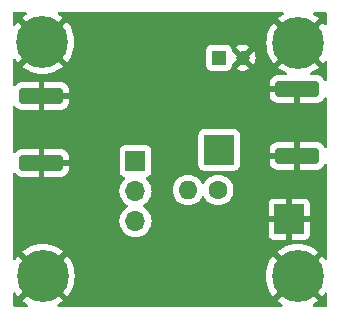
<source format=gbr>
%TF.GenerationSoftware,KiCad,Pcbnew,8.99.0-unknown-f907b58d17~178~ubuntu22.04.1*%
%TF.CreationDate,2024-06-08T22:31:25+05:30*%
%TF.ProjectId,HF-Pre-Amp,48462d50-7265-42d4-916d-702e6b696361,rev?*%
%TF.SameCoordinates,Original*%
%TF.FileFunction,Copper,L2,Bot*%
%TF.FilePolarity,Positive*%
%FSLAX46Y46*%
G04 Gerber Fmt 4.6, Leading zero omitted, Abs format (unit mm)*
G04 Created by KiCad (PCBNEW 8.99.0-unknown-f907b58d17~178~ubuntu22.04.1) date 2024-06-08 22:31:25*
%MOMM*%
%LPD*%
G01*
G04 APERTURE LIST*
G04 Aperture macros list*
%AMRoundRect*
0 Rectangle with rounded corners*
0 $1 Rounding radius*
0 $2 $3 $4 $5 $6 $7 $8 $9 X,Y pos of 4 corners*
0 Add a 4 corners polygon primitive as box body*
4,1,4,$2,$3,$4,$5,$6,$7,$8,$9,$2,$3,0*
0 Add four circle primitives for the rounded corners*
1,1,$1+$1,$2,$3*
1,1,$1+$1,$4,$5*
1,1,$1+$1,$6,$7*
1,1,$1+$1,$8,$9*
0 Add four rect primitives between the rounded corners*
20,1,$1+$1,$2,$3,$4,$5,0*
20,1,$1+$1,$4,$5,$6,$7,0*
20,1,$1+$1,$6,$7,$8,$9,0*
20,1,$1+$1,$8,$9,$2,$3,0*%
G04 Aperture macros list end*
%TA.AperFunction,ComponentPad*%
%ADD10R,2.500000X2.500000*%
%TD*%
%TA.AperFunction,ComponentPad*%
%ADD11R,1.700000X1.700000*%
%TD*%
%TA.AperFunction,ComponentPad*%
%ADD12O,1.700000X1.700000*%
%TD*%
%TA.AperFunction,SMDPad,CuDef*%
%ADD13RoundRect,0.250000X1.600000X-0.425000X1.600000X0.425000X-1.600000X0.425000X-1.600000X-0.425000X0*%
%TD*%
%TA.AperFunction,SMDPad,CuDef*%
%ADD14RoundRect,0.250000X-1.600000X0.425000X-1.600000X-0.425000X1.600000X-0.425000X1.600000X0.425000X0*%
%TD*%
%TA.AperFunction,ComponentPad*%
%ADD15C,0.700000*%
%TD*%
%TA.AperFunction,ComponentPad*%
%ADD16C,4.400000*%
%TD*%
%TA.AperFunction,ComponentPad*%
%ADD17R,1.200000X1.200000*%
%TD*%
%TA.AperFunction,ComponentPad*%
%ADD18C,1.200000*%
%TD*%
%TA.AperFunction,ComponentPad*%
%ADD19C,1.600000*%
%TD*%
%TA.AperFunction,ComponentPad*%
%ADD20O,1.600000X1.600000*%
%TD*%
%TA.AperFunction,ViaPad*%
%ADD21C,0.800000*%
%TD*%
G04 APERTURE END LIST*
D10*
%TO.P,VDC1,1,Pin_1*%
%TO.N,+12V*%
X102810000Y-104750000D03*
%TD*%
D11*
%TO.P,Q1,1,E*%
%TO.N,Net-(Q1-E)*%
X95730000Y-105680000D03*
D12*
%TO.P,Q1,2,B*%
%TO.N,Net-(Q1-B)*%
X95730000Y-108220000D03*
%TO.P,Q1,3,C*%
%TO.N,Net-(Q1-C)*%
X95730000Y-110760000D03*
%TD*%
D13*
%TO.P,OUT1,2,Ext*%
%TO.N,GND*%
X109430000Y-99610000D03*
X109430000Y-105260000D03*
%TD*%
D14*
%TO.P,IN1,2,Ext*%
%TO.N,GND*%
X87770000Y-105845000D03*
X87770000Y-100195000D03*
%TD*%
D15*
%TO.P,H1,1,1*%
%TO.N,GND*%
X86200000Y-95630000D03*
X86683274Y-94463274D03*
X86683274Y-96796726D03*
X87850000Y-93980000D03*
D16*
X87850000Y-95630000D03*
D15*
X87850000Y-97280000D03*
X89016726Y-94463274D03*
X89016726Y-96796726D03*
X89500000Y-95630000D03*
%TD*%
D17*
%TO.P,C3,1*%
%TO.N,+12V*%
X102800000Y-96950000D03*
D18*
%TO.P,C3,2*%
%TO.N,GND*%
X104800000Y-96950000D03*
%TD*%
D10*
%TO.P,GND1,1,Pin_1*%
%TO.N,GND*%
X108760000Y-110640000D03*
%TD*%
D15*
%TO.P,H2,1,1*%
%TO.N,GND*%
X107870000Y-95700000D03*
X108353274Y-94533274D03*
X108353274Y-96866726D03*
X109520000Y-94050000D03*
D16*
X109520000Y-95700000D03*
D15*
X109520000Y-97350000D03*
X110686726Y-94533274D03*
X110686726Y-96866726D03*
X111170000Y-95700000D03*
%TD*%
%TO.P,H3,1,1*%
%TO.N,GND*%
X86230000Y-115430000D03*
X86713274Y-114263274D03*
X86713274Y-116596726D03*
X87880000Y-113780000D03*
D16*
X87880000Y-115430000D03*
D15*
X87880000Y-117080000D03*
X89046726Y-114263274D03*
X89046726Y-116596726D03*
X89530000Y-115430000D03*
%TD*%
D19*
%TO.P,L1,1*%
%TO.N,+12V*%
X102720000Y-108150000D03*
D20*
%TO.P,L1,2*%
%TO.N,Net-(Q1-C)*%
X100180000Y-108150000D03*
%TD*%
D15*
%TO.P,H4,1,1*%
%TO.N,GND*%
X107810000Y-115440000D03*
X108293274Y-114273274D03*
X108293274Y-116606726D03*
X109460000Y-113790000D03*
D16*
X109460000Y-115440000D03*
D15*
X109460000Y-117090000D03*
X110626726Y-114273274D03*
X110626726Y-116606726D03*
X111110000Y-115440000D03*
%TD*%
D21*
%TO.N,GND*%
X104800000Y-102600000D03*
X104800000Y-101400000D03*
X93400000Y-111600000D03*
X93400000Y-110400000D03*
X93600000Y-106200000D03*
X93600000Y-105000000D03*
X97800000Y-99800000D03*
X97800000Y-98600000D03*
X106400000Y-99200000D03*
X106400000Y-98000000D03*
X91000000Y-98200000D03*
X91000000Y-97000000D03*
X86800000Y-112400000D03*
X88200000Y-111200000D03*
X86800000Y-111200000D03*
X86800000Y-110200000D03*
X88200000Y-109000000D03*
X88200000Y-110200000D03*
X86800000Y-109000000D03*
X98600000Y-113800000D03*
X100000000Y-112600000D03*
X100000000Y-113800000D03*
X98600000Y-112600000D03*
X101400000Y-117200000D03*
X99800000Y-117200000D03*
X102800000Y-116000000D03*
X98200000Y-116000000D03*
X102800000Y-117200000D03*
X99800000Y-116000000D03*
X101400000Y-116000000D03*
X98200000Y-117200000D03*
X93600000Y-116000000D03*
X95200000Y-116000000D03*
X92200000Y-117200000D03*
X96800000Y-117200000D03*
X92200000Y-116000000D03*
X95200000Y-117200000D03*
X93600000Y-117200000D03*
X96800000Y-116000000D03*
X100800000Y-96600000D03*
X99400000Y-96600000D03*
X97800000Y-96600000D03*
X96200000Y-96600000D03*
X100800000Y-95400000D03*
X99400000Y-95400000D03*
X97800000Y-95400000D03*
X96200000Y-95400000D03*
%TD*%
%TA.AperFunction,Conductor*%
%TO.N,GND*%
G36*
X87040967Y-116146602D02*
G01*
X87163398Y-116269033D01*
X87297262Y-116366290D01*
X86155030Y-117508522D01*
X86155030Y-117508523D01*
X86343423Y-117656118D01*
X86577104Y-117797383D01*
X86624291Y-117848911D01*
X86636130Y-117917770D01*
X86608861Y-117982099D01*
X86551143Y-118021473D01*
X86512954Y-118027500D01*
X85473836Y-118027500D01*
X85406797Y-118007815D01*
X85361042Y-117955011D01*
X85349836Y-117903651D01*
X85348639Y-116906598D01*
X85368242Y-116839539D01*
X85420991Y-116793721D01*
X85490138Y-116783694D01*
X85553728Y-116812643D01*
X85578755Y-116842303D01*
X85653881Y-116966576D01*
X85801476Y-117154968D01*
X86399500Y-116556944D01*
X86513274Y-116556944D01*
X86513274Y-116636508D01*
X86543722Y-116710017D01*
X86599983Y-116766278D01*
X86673492Y-116796726D01*
X86753056Y-116796726D01*
X86826565Y-116766278D01*
X86882826Y-116710017D01*
X86913274Y-116636508D01*
X86913274Y-116556944D01*
X86882826Y-116483435D01*
X86826565Y-116427174D01*
X86753056Y-116396726D01*
X86673492Y-116396726D01*
X86599983Y-116427174D01*
X86543722Y-116483435D01*
X86513274Y-116556944D01*
X86399500Y-116556944D01*
X86943708Y-116012736D01*
X87040967Y-116146602D01*
G37*
%TD.AperFunction*%
%TA.AperFunction,Conductor*%
G36*
X108180802Y-93085753D02*
G01*
X108247813Y-93105512D01*
X108293508Y-93158368D01*
X108303374Y-93227537D01*
X108274277Y-93291060D01*
X108244806Y-93315869D01*
X107983422Y-93473881D01*
X107983416Y-93473886D01*
X107795030Y-93621474D01*
X107795029Y-93621476D01*
X108937262Y-94763709D01*
X108803398Y-94860967D01*
X108680967Y-94983398D01*
X108583709Y-95117262D01*
X107959939Y-94493492D01*
X108153274Y-94493492D01*
X108153274Y-94573056D01*
X108183722Y-94646565D01*
X108239983Y-94702826D01*
X108313492Y-94733274D01*
X108393056Y-94733274D01*
X108466565Y-94702826D01*
X108522826Y-94646565D01*
X108553274Y-94573056D01*
X108553274Y-94493492D01*
X108522826Y-94419983D01*
X108466565Y-94363722D01*
X108393056Y-94333274D01*
X108313492Y-94333274D01*
X108239983Y-94363722D01*
X108183722Y-94419983D01*
X108153274Y-94493492D01*
X107959939Y-94493492D01*
X107441476Y-93975029D01*
X107441474Y-93975030D01*
X107293886Y-94163416D01*
X107293881Y-94163422D01*
X107124898Y-94442956D01*
X107124897Y-94442958D01*
X106990839Y-94740824D01*
X106990835Y-94740835D01*
X106893667Y-95052658D01*
X106834786Y-95373961D01*
X106815065Y-95700000D01*
X106834786Y-96026038D01*
X106893667Y-96347341D01*
X106990835Y-96659164D01*
X106990839Y-96659175D01*
X107124897Y-96957041D01*
X107124898Y-96957043D01*
X107293881Y-97236576D01*
X107441476Y-97424968D01*
X108039500Y-96826944D01*
X108153274Y-96826944D01*
X108153274Y-96906508D01*
X108183722Y-96980017D01*
X108239983Y-97036278D01*
X108313492Y-97066726D01*
X108393056Y-97066726D01*
X108466565Y-97036278D01*
X108522826Y-96980017D01*
X108553274Y-96906508D01*
X108553274Y-96826944D01*
X108522826Y-96753435D01*
X108466565Y-96697174D01*
X108393056Y-96666726D01*
X108313492Y-96666726D01*
X108239983Y-96697174D01*
X108183722Y-96753435D01*
X108153274Y-96826944D01*
X108039500Y-96826944D01*
X108583708Y-96282736D01*
X108680967Y-96416602D01*
X108803398Y-96539033D01*
X108937262Y-96636290D01*
X107795030Y-97778522D01*
X107795030Y-97778523D01*
X107983423Y-97926118D01*
X108262956Y-98095101D01*
X108262958Y-98095102D01*
X108491421Y-98197924D01*
X108544475Y-98243388D01*
X108564528Y-98310318D01*
X108545212Y-98377465D01*
X108492661Y-98423509D01*
X108440530Y-98435000D01*
X107780028Y-98435000D01*
X107780012Y-98435001D01*
X107677302Y-98445494D01*
X107510880Y-98500641D01*
X107510875Y-98500643D01*
X107361654Y-98592684D01*
X107237684Y-98716654D01*
X107145643Y-98865875D01*
X107145641Y-98865880D01*
X107090494Y-99032302D01*
X107090493Y-99032309D01*
X107080000Y-99135013D01*
X107080000Y-99360000D01*
X109556000Y-99360000D01*
X109623039Y-99379685D01*
X109668794Y-99432489D01*
X109680000Y-99484000D01*
X109680000Y-100784999D01*
X111079972Y-100784999D01*
X111079986Y-100784998D01*
X111182697Y-100774505D01*
X111349119Y-100719358D01*
X111349124Y-100719356D01*
X111498345Y-100627315D01*
X111622315Y-100503345D01*
X111714356Y-100354124D01*
X111714356Y-100354123D01*
X111717050Y-100345993D01*
X111756819Y-100288545D01*
X111821333Y-100261717D01*
X111890109Y-100274027D01*
X111941313Y-100321566D01*
X111958759Y-100384839D01*
X111963701Y-104499775D01*
X111944097Y-104566838D01*
X111891348Y-104612656D01*
X111822201Y-104622683D01*
X111758611Y-104593734D01*
X111721994Y-104538926D01*
X111714356Y-104515877D01*
X111714356Y-104515875D01*
X111622315Y-104366654D01*
X111498345Y-104242684D01*
X111349124Y-104150643D01*
X111349119Y-104150641D01*
X111182697Y-104095494D01*
X111182690Y-104095493D01*
X111079986Y-104085000D01*
X109680000Y-104085000D01*
X109680000Y-106434999D01*
X111079972Y-106434999D01*
X111079986Y-106434998D01*
X111182697Y-106424505D01*
X111349119Y-106369358D01*
X111349124Y-106369356D01*
X111498345Y-106277315D01*
X111622315Y-106153345D01*
X111714356Y-106004124D01*
X111714358Y-106004119D01*
X111723815Y-105975581D01*
X111763587Y-105918136D01*
X111828103Y-105891313D01*
X111896879Y-105903628D01*
X111948079Y-105951171D01*
X111965521Y-106014436D01*
X111975035Y-113936390D01*
X111955431Y-114003453D01*
X111902682Y-114049271D01*
X111833535Y-114059298D01*
X111769945Y-114030349D01*
X111744918Y-114000689D01*
X111686118Y-113903423D01*
X111538522Y-113715030D01*
X110396290Y-114857262D01*
X110299033Y-114723398D01*
X110176602Y-114600967D01*
X110042736Y-114503709D01*
X110312953Y-114233492D01*
X110426726Y-114233492D01*
X110426726Y-114313056D01*
X110457174Y-114386565D01*
X110513435Y-114442826D01*
X110586944Y-114473274D01*
X110666508Y-114473274D01*
X110740017Y-114442826D01*
X110796278Y-114386565D01*
X110826726Y-114313056D01*
X110826726Y-114233492D01*
X110796278Y-114159983D01*
X110740017Y-114103722D01*
X110666508Y-114073274D01*
X110586944Y-114073274D01*
X110513435Y-114103722D01*
X110457174Y-114159983D01*
X110426726Y-114233492D01*
X110312953Y-114233492D01*
X111184968Y-113361476D01*
X110996576Y-113213881D01*
X110717043Y-113044898D01*
X110717041Y-113044897D01*
X110419175Y-112910839D01*
X110419164Y-112910835D01*
X110107341Y-112813667D01*
X109786038Y-112754786D01*
X109460000Y-112735065D01*
X109133961Y-112754786D01*
X108812658Y-112813667D01*
X108500835Y-112910835D01*
X108500824Y-112910839D01*
X108202958Y-113044897D01*
X108202956Y-113044898D01*
X107923422Y-113213881D01*
X107923416Y-113213886D01*
X107735030Y-113361474D01*
X107735029Y-113361476D01*
X108877262Y-114503709D01*
X108743398Y-114600967D01*
X108620967Y-114723398D01*
X108523709Y-114857262D01*
X107899939Y-114233492D01*
X108093274Y-114233492D01*
X108093274Y-114313056D01*
X108123722Y-114386565D01*
X108179983Y-114442826D01*
X108253492Y-114473274D01*
X108333056Y-114473274D01*
X108406565Y-114442826D01*
X108462826Y-114386565D01*
X108493274Y-114313056D01*
X108493274Y-114233492D01*
X108462826Y-114159983D01*
X108406565Y-114103722D01*
X108333056Y-114073274D01*
X108253492Y-114073274D01*
X108179983Y-114103722D01*
X108123722Y-114159983D01*
X108093274Y-114233492D01*
X107899939Y-114233492D01*
X107381476Y-113715029D01*
X107381474Y-113715030D01*
X107233886Y-113903416D01*
X107233881Y-113903422D01*
X107064898Y-114182956D01*
X107064897Y-114182958D01*
X106930839Y-114480824D01*
X106930835Y-114480835D01*
X106833667Y-114792658D01*
X106774786Y-115113961D01*
X106755065Y-115440000D01*
X106774786Y-115766038D01*
X106833667Y-116087341D01*
X106930835Y-116399164D01*
X106930839Y-116399175D01*
X107064897Y-116697041D01*
X107064898Y-116697043D01*
X107233881Y-116976576D01*
X107381476Y-117164968D01*
X107979500Y-116566944D01*
X108093274Y-116566944D01*
X108093274Y-116646508D01*
X108123722Y-116720017D01*
X108179983Y-116776278D01*
X108253492Y-116806726D01*
X108333056Y-116806726D01*
X108406565Y-116776278D01*
X108462826Y-116720017D01*
X108493274Y-116646508D01*
X108493274Y-116566944D01*
X108462826Y-116493435D01*
X108406565Y-116437174D01*
X108333056Y-116406726D01*
X108253492Y-116406726D01*
X108179983Y-116437174D01*
X108123722Y-116493435D01*
X108093274Y-116566944D01*
X107979500Y-116566944D01*
X108523708Y-116022736D01*
X108620967Y-116156602D01*
X108743398Y-116279033D01*
X108877262Y-116376290D01*
X107735030Y-117518522D01*
X107735030Y-117518523D01*
X107923423Y-117666118D01*
X108140562Y-117797383D01*
X108187749Y-117848911D01*
X108199588Y-117917770D01*
X108172319Y-117982099D01*
X108114601Y-118021473D01*
X108076412Y-118027500D01*
X89247046Y-118027500D01*
X89180007Y-118007815D01*
X89134252Y-117955011D01*
X89124308Y-117885853D01*
X89153333Y-117822297D01*
X89182896Y-117797383D01*
X89416586Y-117656112D01*
X89604968Y-117508523D01*
X89604968Y-117508522D01*
X88653391Y-116556944D01*
X88846726Y-116556944D01*
X88846726Y-116636508D01*
X88877174Y-116710017D01*
X88933435Y-116766278D01*
X89006944Y-116796726D01*
X89086508Y-116796726D01*
X89160017Y-116766278D01*
X89216278Y-116710017D01*
X89246726Y-116636508D01*
X89246726Y-116556944D01*
X89216278Y-116483435D01*
X89160017Y-116427174D01*
X89086508Y-116396726D01*
X89006944Y-116396726D01*
X88933435Y-116427174D01*
X88877174Y-116483435D01*
X88846726Y-116556944D01*
X88653391Y-116556944D01*
X88462737Y-116366290D01*
X88596602Y-116269033D01*
X88719033Y-116146602D01*
X88816290Y-116012737D01*
X89958522Y-117154968D01*
X89958523Y-117154968D01*
X90106112Y-116966586D01*
X90275101Y-116687043D01*
X90275102Y-116687041D01*
X90409160Y-116389175D01*
X90409164Y-116389164D01*
X90506332Y-116077341D01*
X90565213Y-115756038D01*
X90584934Y-115430000D01*
X90565213Y-115103961D01*
X90506332Y-114782658D01*
X90409164Y-114470835D01*
X90409160Y-114470824D01*
X90275102Y-114172958D01*
X90275101Y-114172956D01*
X90106118Y-113893423D01*
X89958522Y-113705030D01*
X88816290Y-114847262D01*
X88719033Y-114713398D01*
X88596602Y-114590967D01*
X88462736Y-114493709D01*
X88732953Y-114223492D01*
X88846726Y-114223492D01*
X88846726Y-114303056D01*
X88877174Y-114376565D01*
X88933435Y-114432826D01*
X89006944Y-114463274D01*
X89086508Y-114463274D01*
X89160017Y-114432826D01*
X89216278Y-114376565D01*
X89246726Y-114303056D01*
X89246726Y-114223492D01*
X89216278Y-114149983D01*
X89160017Y-114093722D01*
X89086508Y-114063274D01*
X89006944Y-114063274D01*
X88933435Y-114093722D01*
X88877174Y-114149983D01*
X88846726Y-114223492D01*
X88732953Y-114223492D01*
X89604968Y-113351476D01*
X89416576Y-113203881D01*
X89137043Y-113034898D01*
X89137041Y-113034897D01*
X88839175Y-112900839D01*
X88839164Y-112900835D01*
X88527341Y-112803667D01*
X88206038Y-112744786D01*
X87880000Y-112725065D01*
X87553961Y-112744786D01*
X87232658Y-112803667D01*
X86920835Y-112900835D01*
X86920824Y-112900839D01*
X86622958Y-113034897D01*
X86622956Y-113034898D01*
X86343422Y-113203881D01*
X86343416Y-113203886D01*
X86155030Y-113351474D01*
X86155029Y-113351476D01*
X87297262Y-114493709D01*
X87163398Y-114590967D01*
X87040967Y-114713398D01*
X86943709Y-114847262D01*
X86319939Y-114223492D01*
X86513274Y-114223492D01*
X86513274Y-114303056D01*
X86543722Y-114376565D01*
X86599983Y-114432826D01*
X86673492Y-114463274D01*
X86753056Y-114463274D01*
X86826565Y-114432826D01*
X86882826Y-114376565D01*
X86913274Y-114303056D01*
X86913274Y-114223492D01*
X86882826Y-114149983D01*
X86826565Y-114093722D01*
X86753056Y-114063274D01*
X86673492Y-114063274D01*
X86599983Y-114093722D01*
X86543722Y-114149983D01*
X86513274Y-114223492D01*
X86319939Y-114223492D01*
X85801476Y-113705029D01*
X85801474Y-113705030D01*
X85653886Y-113893416D01*
X85653881Y-113893422D01*
X85575216Y-114023551D01*
X85523688Y-114070738D01*
X85454829Y-114082577D01*
X85390500Y-114055308D01*
X85351126Y-113997589D01*
X85345099Y-113959553D01*
X85344500Y-113460304D01*
X85344500Y-108219999D01*
X94374341Y-108219999D01*
X94374341Y-108220000D01*
X94394936Y-108455403D01*
X94394938Y-108455413D01*
X94456094Y-108683655D01*
X94456096Y-108683659D01*
X94456097Y-108683663D01*
X94484571Y-108744725D01*
X94555965Y-108897830D01*
X94555967Y-108897834D01*
X94691501Y-109091395D01*
X94691506Y-109091402D01*
X94858597Y-109258493D01*
X94858603Y-109258498D01*
X95044158Y-109388425D01*
X95087783Y-109443002D01*
X95094977Y-109512500D01*
X95063454Y-109574855D01*
X95044158Y-109591575D01*
X94858597Y-109721505D01*
X94691505Y-109888597D01*
X94555965Y-110082169D01*
X94555964Y-110082171D01*
X94456098Y-110296335D01*
X94456094Y-110296344D01*
X94394938Y-110524586D01*
X94394936Y-110524596D01*
X94374341Y-110759999D01*
X94374341Y-110760000D01*
X94394936Y-110995403D01*
X94394938Y-110995413D01*
X94456094Y-111223655D01*
X94456096Y-111223659D01*
X94456097Y-111223663D01*
X94555965Y-111437830D01*
X94555967Y-111437834D01*
X94664281Y-111592521D01*
X94691505Y-111631401D01*
X94858599Y-111798495D01*
X94955384Y-111866265D01*
X95052165Y-111934032D01*
X95052167Y-111934033D01*
X95052170Y-111934035D01*
X95266337Y-112033903D01*
X95494592Y-112095063D01*
X95682918Y-112111539D01*
X95729999Y-112115659D01*
X95730000Y-112115659D01*
X95730001Y-112115659D01*
X95769234Y-112112226D01*
X95965408Y-112095063D01*
X96193663Y-112033903D01*
X96407830Y-111934035D01*
X96601401Y-111798495D01*
X96768495Y-111631401D01*
X96904035Y-111437830D01*
X97003903Y-111223663D01*
X97065063Y-110995408D01*
X97085659Y-110760000D01*
X97065063Y-110524592D01*
X97003903Y-110296337D01*
X96904035Y-110082171D01*
X96903138Y-110080889D01*
X96768494Y-109888597D01*
X96601402Y-109721506D01*
X96601396Y-109721501D01*
X96415842Y-109591575D01*
X96372217Y-109536998D01*
X96365023Y-109467500D01*
X96396546Y-109405145D01*
X96415842Y-109388425D01*
X96481922Y-109342155D01*
X96601401Y-109258495D01*
X96768495Y-109091401D01*
X96904035Y-108897830D01*
X97003903Y-108683663D01*
X97065063Y-108455408D01*
X97085659Y-108220000D01*
X97079534Y-108149998D01*
X98874532Y-108149998D01*
X98874532Y-108150001D01*
X98894364Y-108376686D01*
X98894366Y-108376697D01*
X98953258Y-108596488D01*
X98953261Y-108596497D01*
X99049431Y-108802732D01*
X99049432Y-108802734D01*
X99179954Y-108989141D01*
X99340858Y-109150045D01*
X99340861Y-109150047D01*
X99527266Y-109280568D01*
X99733504Y-109376739D01*
X99953308Y-109435635D01*
X100115230Y-109449801D01*
X100179998Y-109455468D01*
X100180000Y-109455468D01*
X100180002Y-109455468D01*
X100236673Y-109450509D01*
X100406692Y-109435635D01*
X100626496Y-109376739D01*
X100832734Y-109280568D01*
X101019139Y-109150047D01*
X101180047Y-108989139D01*
X101310568Y-108802734D01*
X101337618Y-108744724D01*
X101383790Y-108692285D01*
X101450983Y-108673133D01*
X101517865Y-108693348D01*
X101562382Y-108744725D01*
X101589429Y-108802728D01*
X101589432Y-108802734D01*
X101719954Y-108989141D01*
X101880858Y-109150045D01*
X101880861Y-109150047D01*
X102067266Y-109280568D01*
X102273504Y-109376739D01*
X102493308Y-109435635D01*
X102655230Y-109449801D01*
X102719998Y-109455468D01*
X102720000Y-109455468D01*
X102720002Y-109455468D01*
X102776673Y-109450509D01*
X102946692Y-109435635D01*
X103166496Y-109376739D01*
X103240661Y-109342155D01*
X107010000Y-109342155D01*
X107010000Y-110390000D01*
X108211518Y-110390000D01*
X108200889Y-110408409D01*
X108160000Y-110561009D01*
X108160000Y-110718991D01*
X108200889Y-110871591D01*
X108211518Y-110890000D01*
X107010000Y-110890000D01*
X107010000Y-111937844D01*
X107016401Y-111997372D01*
X107016403Y-111997379D01*
X107066645Y-112132086D01*
X107066649Y-112132093D01*
X107152809Y-112247187D01*
X107152812Y-112247190D01*
X107267906Y-112333350D01*
X107267913Y-112333354D01*
X107402620Y-112383596D01*
X107402627Y-112383598D01*
X107462155Y-112389999D01*
X107462172Y-112390000D01*
X108510000Y-112390000D01*
X108510000Y-111188482D01*
X108528409Y-111199111D01*
X108681009Y-111240000D01*
X108838991Y-111240000D01*
X108991591Y-111199111D01*
X109010000Y-111188482D01*
X109010000Y-112390000D01*
X110057828Y-112390000D01*
X110057844Y-112389999D01*
X110117372Y-112383598D01*
X110117379Y-112383596D01*
X110252086Y-112333354D01*
X110252093Y-112333350D01*
X110367187Y-112247190D01*
X110367190Y-112247187D01*
X110453350Y-112132093D01*
X110453354Y-112132086D01*
X110503596Y-111997379D01*
X110503598Y-111997372D01*
X110509999Y-111937844D01*
X110510000Y-111937827D01*
X110510000Y-110890000D01*
X109308482Y-110890000D01*
X109319111Y-110871591D01*
X109360000Y-110718991D01*
X109360000Y-110561009D01*
X109319111Y-110408409D01*
X109308482Y-110390000D01*
X110510000Y-110390000D01*
X110510000Y-109342172D01*
X110509999Y-109342155D01*
X110503598Y-109282627D01*
X110503596Y-109282620D01*
X110453354Y-109147913D01*
X110453350Y-109147906D01*
X110367190Y-109032812D01*
X110367187Y-109032809D01*
X110252093Y-108946649D01*
X110252086Y-108946645D01*
X110117379Y-108896403D01*
X110117372Y-108896401D01*
X110057844Y-108890000D01*
X109010000Y-108890000D01*
X109010000Y-110091517D01*
X108991591Y-110080889D01*
X108838991Y-110040000D01*
X108681009Y-110040000D01*
X108528409Y-110080889D01*
X108510000Y-110091517D01*
X108510000Y-108890000D01*
X107462155Y-108890000D01*
X107402627Y-108896401D01*
X107402620Y-108896403D01*
X107267913Y-108946645D01*
X107267906Y-108946649D01*
X107152812Y-109032809D01*
X107152809Y-109032812D01*
X107066649Y-109147906D01*
X107066645Y-109147913D01*
X107016403Y-109282620D01*
X107016401Y-109282627D01*
X107010000Y-109342155D01*
X103240661Y-109342155D01*
X103372734Y-109280568D01*
X103559139Y-109150047D01*
X103720047Y-108989139D01*
X103850568Y-108802734D01*
X103946739Y-108596496D01*
X104005635Y-108376692D01*
X104025468Y-108150000D01*
X104005635Y-107923308D01*
X103946739Y-107703504D01*
X103850568Y-107497266D01*
X103720047Y-107310861D01*
X103720045Y-107310858D01*
X103559141Y-107149954D01*
X103372734Y-107019432D01*
X103372732Y-107019431D01*
X103166497Y-106923261D01*
X103166488Y-106923258D01*
X102946697Y-106864366D01*
X102946693Y-106864365D01*
X102946692Y-106864365D01*
X102946691Y-106864364D01*
X102946686Y-106864364D01*
X102720002Y-106844532D01*
X102719998Y-106844532D01*
X102493313Y-106864364D01*
X102493302Y-106864366D01*
X102273511Y-106923258D01*
X102273502Y-106923261D01*
X102067267Y-107019431D01*
X102067265Y-107019432D01*
X101880858Y-107149954D01*
X101719954Y-107310858D01*
X101589432Y-107497265D01*
X101589431Y-107497267D01*
X101562382Y-107555275D01*
X101516209Y-107607714D01*
X101449016Y-107626866D01*
X101382135Y-107606650D01*
X101337618Y-107555275D01*
X101310568Y-107497266D01*
X101180047Y-107310861D01*
X101180045Y-107310858D01*
X101019141Y-107149954D01*
X100832734Y-107019432D01*
X100832732Y-107019431D01*
X100626497Y-106923261D01*
X100626488Y-106923258D01*
X100406697Y-106864366D01*
X100406693Y-106864365D01*
X100406692Y-106864365D01*
X100406691Y-106864364D01*
X100406686Y-106864364D01*
X100180002Y-106844532D01*
X100179998Y-106844532D01*
X99953313Y-106864364D01*
X99953302Y-106864366D01*
X99733511Y-106923258D01*
X99733502Y-106923261D01*
X99527267Y-107019431D01*
X99527265Y-107019432D01*
X99340858Y-107149954D01*
X99179954Y-107310858D01*
X99049432Y-107497265D01*
X99049431Y-107497267D01*
X98953261Y-107703502D01*
X98953258Y-107703511D01*
X98894366Y-107923302D01*
X98894364Y-107923313D01*
X98874532Y-108149998D01*
X97079534Y-108149998D01*
X97065063Y-107984592D01*
X97003903Y-107756337D01*
X96904035Y-107542171D01*
X96872592Y-107497266D01*
X96768496Y-107348600D01*
X96730754Y-107310858D01*
X96646567Y-107226671D01*
X96613084Y-107165351D01*
X96618068Y-107095659D01*
X96659939Y-107039725D01*
X96690915Y-107022810D01*
X96822331Y-106973796D01*
X96937546Y-106887546D01*
X97023796Y-106772331D01*
X97074091Y-106637483D01*
X97080500Y-106577873D01*
X97080499Y-104782128D01*
X97074091Y-104722517D01*
X97059094Y-104682309D01*
X97023797Y-104587671D01*
X97023793Y-104587664D01*
X96937547Y-104472455D01*
X96937544Y-104472452D01*
X96822335Y-104386206D01*
X96822328Y-104386202D01*
X96687482Y-104335908D01*
X96687483Y-104335908D01*
X96627883Y-104329501D01*
X96627881Y-104329500D01*
X96627873Y-104329500D01*
X96627864Y-104329500D01*
X94832129Y-104329500D01*
X94832123Y-104329501D01*
X94772516Y-104335908D01*
X94637671Y-104386202D01*
X94637664Y-104386206D01*
X94522455Y-104472452D01*
X94522452Y-104472455D01*
X94436206Y-104587664D01*
X94436202Y-104587671D01*
X94385908Y-104722517D01*
X94379501Y-104782116D01*
X94379501Y-104782123D01*
X94379500Y-104782135D01*
X94379500Y-106577870D01*
X94379501Y-106577876D01*
X94385908Y-106637483D01*
X94436202Y-106772328D01*
X94436206Y-106772335D01*
X94522452Y-106887544D01*
X94522455Y-106887547D01*
X94637664Y-106973793D01*
X94637671Y-106973797D01*
X94769081Y-107022810D01*
X94825015Y-107064681D01*
X94849432Y-107130145D01*
X94834580Y-107198418D01*
X94813430Y-107226673D01*
X94691503Y-107348600D01*
X94555965Y-107542169D01*
X94555964Y-107542171D01*
X94456098Y-107756335D01*
X94456094Y-107756344D01*
X94394938Y-107984586D01*
X94394936Y-107984596D01*
X94374341Y-108219999D01*
X85344500Y-108219999D01*
X85344500Y-106797532D01*
X85364185Y-106730493D01*
X85416989Y-106684738D01*
X85486147Y-106674794D01*
X85549703Y-106703819D01*
X85574039Y-106732436D01*
X85577682Y-106738343D01*
X85701654Y-106862315D01*
X85850875Y-106954356D01*
X85850880Y-106954358D01*
X86017302Y-107009505D01*
X86017309Y-107009506D01*
X86120019Y-107019999D01*
X87519999Y-107019999D01*
X88020000Y-107019999D01*
X89419972Y-107019999D01*
X89419986Y-107019998D01*
X89522697Y-107009505D01*
X89689119Y-106954358D01*
X89689124Y-106954356D01*
X89838345Y-106862315D01*
X89962315Y-106738345D01*
X90054356Y-106589124D01*
X90054358Y-106589119D01*
X90109505Y-106422697D01*
X90109506Y-106422690D01*
X90119999Y-106319986D01*
X90120000Y-106319973D01*
X90120000Y-106095000D01*
X88020000Y-106095000D01*
X88020000Y-107019999D01*
X87519999Y-107019999D01*
X87520000Y-107019998D01*
X87520000Y-105595000D01*
X88020000Y-105595000D01*
X90119999Y-105595000D01*
X90119999Y-105370028D01*
X90119998Y-105370013D01*
X90109505Y-105267302D01*
X90054358Y-105100880D01*
X90054356Y-105100875D01*
X89962315Y-104951654D01*
X89838345Y-104827684D01*
X89689124Y-104735643D01*
X89689119Y-104735641D01*
X89522697Y-104680494D01*
X89522690Y-104680493D01*
X89419986Y-104670000D01*
X88020000Y-104670000D01*
X88020000Y-105595000D01*
X87520000Y-105595000D01*
X87520000Y-104670000D01*
X86120028Y-104670000D01*
X86120012Y-104670001D01*
X86017302Y-104680494D01*
X85850880Y-104735641D01*
X85850875Y-104735643D01*
X85701654Y-104827684D01*
X85577683Y-104951655D01*
X85577680Y-104951659D01*
X85574037Y-104957566D01*
X85522088Y-105004290D01*
X85453125Y-105015510D01*
X85389044Y-104987665D01*
X85350189Y-104929596D01*
X85344500Y-104892467D01*
X85344500Y-103452135D01*
X101059500Y-103452135D01*
X101059500Y-106047870D01*
X101059501Y-106047876D01*
X101065908Y-106107483D01*
X101116202Y-106242328D01*
X101116206Y-106242335D01*
X101202452Y-106357544D01*
X101202455Y-106357547D01*
X101317664Y-106443793D01*
X101317671Y-106443797D01*
X101452517Y-106494091D01*
X101452516Y-106494091D01*
X101459444Y-106494835D01*
X101512127Y-106500500D01*
X104107872Y-106500499D01*
X104167483Y-106494091D01*
X104302331Y-106443796D01*
X104417546Y-106357546D01*
X104503796Y-106242331D01*
X104554091Y-106107483D01*
X104560500Y-106047873D01*
X104560500Y-105734986D01*
X107080001Y-105734986D01*
X107090494Y-105837697D01*
X107145641Y-106004119D01*
X107145643Y-106004124D01*
X107237684Y-106153345D01*
X107361654Y-106277315D01*
X107510875Y-106369356D01*
X107510880Y-106369358D01*
X107677302Y-106424505D01*
X107677309Y-106424506D01*
X107780019Y-106434999D01*
X109179999Y-106434999D01*
X109180000Y-106434998D01*
X109180000Y-105510000D01*
X107080001Y-105510000D01*
X107080001Y-105734986D01*
X104560500Y-105734986D01*
X104560500Y-104785013D01*
X107080000Y-104785013D01*
X107080000Y-105010000D01*
X109180000Y-105010000D01*
X109180000Y-104085000D01*
X107780028Y-104085000D01*
X107780012Y-104085001D01*
X107677302Y-104095494D01*
X107510880Y-104150641D01*
X107510875Y-104150643D01*
X107361654Y-104242684D01*
X107237684Y-104366654D01*
X107145643Y-104515875D01*
X107145641Y-104515880D01*
X107090494Y-104682302D01*
X107090493Y-104682309D01*
X107080000Y-104785013D01*
X104560500Y-104785013D01*
X104560499Y-103452128D01*
X104554091Y-103392517D01*
X104503796Y-103257669D01*
X104503795Y-103257668D01*
X104503793Y-103257664D01*
X104417547Y-103142455D01*
X104417544Y-103142452D01*
X104302335Y-103056206D01*
X104302328Y-103056202D01*
X104167482Y-103005908D01*
X104167483Y-103005908D01*
X104107883Y-102999501D01*
X104107881Y-102999500D01*
X104107873Y-102999500D01*
X104107864Y-102999500D01*
X101512129Y-102999500D01*
X101512123Y-102999501D01*
X101452516Y-103005908D01*
X101317671Y-103056202D01*
X101317664Y-103056206D01*
X101202455Y-103142452D01*
X101202452Y-103142455D01*
X101116206Y-103257664D01*
X101116202Y-103257671D01*
X101065908Y-103392517D01*
X101059501Y-103452116D01*
X101059501Y-103452123D01*
X101059500Y-103452135D01*
X85344500Y-103452135D01*
X85344500Y-101147532D01*
X85364185Y-101080493D01*
X85416989Y-101034738D01*
X85486147Y-101024794D01*
X85549703Y-101053819D01*
X85574039Y-101082436D01*
X85577682Y-101088343D01*
X85701654Y-101212315D01*
X85850875Y-101304356D01*
X85850880Y-101304358D01*
X86017302Y-101359505D01*
X86017309Y-101359506D01*
X86120019Y-101369999D01*
X87519999Y-101369999D01*
X88020000Y-101369999D01*
X89419972Y-101369999D01*
X89419986Y-101369998D01*
X89522697Y-101359505D01*
X89689119Y-101304358D01*
X89689124Y-101304356D01*
X89838345Y-101212315D01*
X89962315Y-101088345D01*
X90054356Y-100939124D01*
X90054358Y-100939119D01*
X90109505Y-100772697D01*
X90109506Y-100772690D01*
X90119999Y-100669986D01*
X90120000Y-100669973D01*
X90120000Y-100445000D01*
X88020000Y-100445000D01*
X88020000Y-101369999D01*
X87519999Y-101369999D01*
X87520000Y-101369998D01*
X87520000Y-100084986D01*
X107080001Y-100084986D01*
X107090494Y-100187697D01*
X107145641Y-100354119D01*
X107145643Y-100354124D01*
X107237684Y-100503345D01*
X107361654Y-100627315D01*
X107510875Y-100719356D01*
X107510880Y-100719358D01*
X107677302Y-100774505D01*
X107677309Y-100774506D01*
X107780019Y-100784999D01*
X109179999Y-100784999D01*
X109180000Y-100784998D01*
X109180000Y-99860000D01*
X107080001Y-99860000D01*
X107080001Y-100084986D01*
X87520000Y-100084986D01*
X87520000Y-99945000D01*
X88020000Y-99945000D01*
X90119999Y-99945000D01*
X90119999Y-99720028D01*
X90119998Y-99720013D01*
X90109505Y-99617302D01*
X90054358Y-99450880D01*
X90054356Y-99450875D01*
X89962315Y-99301654D01*
X89838345Y-99177684D01*
X89689124Y-99085643D01*
X89689119Y-99085641D01*
X89522697Y-99030494D01*
X89522690Y-99030493D01*
X89419986Y-99020000D01*
X88020000Y-99020000D01*
X88020000Y-99945000D01*
X87520000Y-99945000D01*
X87520000Y-99020000D01*
X86120028Y-99020000D01*
X86120012Y-99020001D01*
X86017302Y-99030494D01*
X85850880Y-99085641D01*
X85850875Y-99085643D01*
X85701654Y-99177684D01*
X85577683Y-99301655D01*
X85577680Y-99301659D01*
X85574037Y-99307566D01*
X85522088Y-99354290D01*
X85453125Y-99365510D01*
X85389044Y-99337665D01*
X85350189Y-99279596D01*
X85344500Y-99242467D01*
X85344500Y-97149233D01*
X85364185Y-97082194D01*
X85416989Y-97036439D01*
X85486147Y-97026495D01*
X85549703Y-97055520D01*
X85574617Y-97085084D01*
X85623877Y-97166571D01*
X85623880Y-97166575D01*
X85771476Y-97354968D01*
X86369500Y-96756944D01*
X86483274Y-96756944D01*
X86483274Y-96836508D01*
X86513722Y-96910017D01*
X86569983Y-96966278D01*
X86643492Y-96996726D01*
X86723056Y-96996726D01*
X86796565Y-96966278D01*
X86852826Y-96910017D01*
X86883274Y-96836508D01*
X86883274Y-96756944D01*
X86852826Y-96683435D01*
X86796565Y-96627174D01*
X86723056Y-96596726D01*
X86643492Y-96596726D01*
X86569983Y-96627174D01*
X86513722Y-96683435D01*
X86483274Y-96756944D01*
X86369500Y-96756944D01*
X86913708Y-96212736D01*
X87010967Y-96346602D01*
X87133398Y-96469033D01*
X87267262Y-96566290D01*
X86125030Y-97708522D01*
X86125030Y-97708523D01*
X86313423Y-97856118D01*
X86592956Y-98025101D01*
X86592958Y-98025102D01*
X86890824Y-98159160D01*
X86890835Y-98159164D01*
X87202658Y-98256332D01*
X87523961Y-98315213D01*
X87850000Y-98334934D01*
X88176038Y-98315213D01*
X88497341Y-98256332D01*
X88809164Y-98159164D01*
X88809175Y-98159160D01*
X89107041Y-98025102D01*
X89107043Y-98025101D01*
X89386586Y-97856112D01*
X89574968Y-97708523D01*
X89574968Y-97708522D01*
X88623391Y-96756944D01*
X88816726Y-96756944D01*
X88816726Y-96836508D01*
X88847174Y-96910017D01*
X88903435Y-96966278D01*
X88976944Y-96996726D01*
X89056508Y-96996726D01*
X89130017Y-96966278D01*
X89186278Y-96910017D01*
X89216726Y-96836508D01*
X89216726Y-96756944D01*
X89186278Y-96683435D01*
X89130017Y-96627174D01*
X89056508Y-96596726D01*
X88976944Y-96596726D01*
X88903435Y-96627174D01*
X88847174Y-96683435D01*
X88816726Y-96756944D01*
X88623391Y-96756944D01*
X88432737Y-96566290D01*
X88566602Y-96469033D01*
X88689033Y-96346602D01*
X88786290Y-96212737D01*
X89928522Y-97354968D01*
X89928523Y-97354968D01*
X90076112Y-97166586D01*
X90245101Y-96887043D01*
X90245102Y-96887041D01*
X90379160Y-96589175D01*
X90379164Y-96589164D01*
X90468606Y-96302135D01*
X101699500Y-96302135D01*
X101699500Y-97597870D01*
X101699501Y-97597876D01*
X101705908Y-97657483D01*
X101756202Y-97792328D01*
X101756206Y-97792335D01*
X101842452Y-97907544D01*
X101842455Y-97907547D01*
X101957664Y-97993793D01*
X101957671Y-97993797D01*
X102092517Y-98044091D01*
X102092516Y-98044091D01*
X102099444Y-98044835D01*
X102152127Y-98050500D01*
X103447872Y-98050499D01*
X103507483Y-98044091D01*
X103642331Y-97993796D01*
X103757546Y-97907546D01*
X103774993Y-97884240D01*
X104219311Y-97884240D01*
X104307585Y-97938897D01*
X104497678Y-98012539D01*
X104698072Y-98050000D01*
X104901928Y-98050000D01*
X105102322Y-98012539D01*
X105292412Y-97938899D01*
X105292416Y-97938897D01*
X105380686Y-97884241D01*
X105380686Y-97884240D01*
X104800001Y-97303553D01*
X104800000Y-97303553D01*
X104219311Y-97884240D01*
X103774993Y-97884240D01*
X103843796Y-97792331D01*
X103894091Y-97657483D01*
X103900500Y-97597873D01*
X103900499Y-97547305D01*
X103920182Y-97480269D01*
X103936818Y-97459626D01*
X104446446Y-96950000D01*
X104446446Y-96949999D01*
X104406951Y-96910504D01*
X104500000Y-96910504D01*
X104500000Y-96989496D01*
X104520444Y-97065796D01*
X104559940Y-97134205D01*
X104615795Y-97190060D01*
X104684204Y-97229556D01*
X104760504Y-97250000D01*
X104839496Y-97250000D01*
X104915796Y-97229556D01*
X104984205Y-97190060D01*
X105040060Y-97134205D01*
X105079556Y-97065796D01*
X105100000Y-96989496D01*
X105100000Y-96950000D01*
X105153553Y-96950000D01*
X105737465Y-97533912D01*
X105739247Y-97531553D01*
X105739248Y-97531551D01*
X105830113Y-97349069D01*
X105830116Y-97349063D01*
X105885902Y-97152992D01*
X105885903Y-97152989D01*
X105904713Y-96950000D01*
X105904713Y-96949999D01*
X105885903Y-96747010D01*
X105885902Y-96747007D01*
X105830116Y-96550936D01*
X105830113Y-96550930D01*
X105739249Y-96368449D01*
X105739247Y-96368447D01*
X105737465Y-96366087D01*
X105153553Y-96950000D01*
X105100000Y-96950000D01*
X105100000Y-96910504D01*
X105079556Y-96834204D01*
X105040060Y-96765795D01*
X104984205Y-96709940D01*
X104915796Y-96670444D01*
X104839496Y-96650000D01*
X104760504Y-96650000D01*
X104684204Y-96670444D01*
X104615795Y-96709940D01*
X104559940Y-96765795D01*
X104520444Y-96834204D01*
X104500000Y-96910504D01*
X104406951Y-96910504D01*
X103936818Y-96440371D01*
X103903333Y-96379048D01*
X103900499Y-96352690D01*
X103900499Y-96302129D01*
X103900498Y-96302123D01*
X103900497Y-96302116D01*
X103894091Y-96242517D01*
X103849235Y-96122253D01*
X103843797Y-96107671D01*
X103843793Y-96107664D01*
X103774992Y-96015758D01*
X104219311Y-96015758D01*
X104800000Y-96596446D01*
X104800001Y-96596446D01*
X105380687Y-96015758D01*
X105292413Y-95961101D01*
X105292411Y-95961100D01*
X105102321Y-95887460D01*
X104901928Y-95850000D01*
X104698072Y-95850000D01*
X104497678Y-95887460D01*
X104307588Y-95961100D01*
X104307581Y-95961104D01*
X104219312Y-96015757D01*
X104219311Y-96015758D01*
X103774992Y-96015758D01*
X103757547Y-95992455D01*
X103757544Y-95992452D01*
X103642335Y-95906206D01*
X103642328Y-95906202D01*
X103507482Y-95855908D01*
X103507483Y-95855908D01*
X103447883Y-95849501D01*
X103447881Y-95849500D01*
X103447873Y-95849500D01*
X103447864Y-95849500D01*
X102152129Y-95849500D01*
X102152123Y-95849501D01*
X102092516Y-95855908D01*
X101957671Y-95906202D01*
X101957664Y-95906206D01*
X101842455Y-95992452D01*
X101842452Y-95992455D01*
X101756206Y-96107664D01*
X101756202Y-96107671D01*
X101705908Y-96242517D01*
X101699501Y-96302116D01*
X101699501Y-96302123D01*
X101699500Y-96302135D01*
X90468606Y-96302135D01*
X90476332Y-96277341D01*
X90535213Y-95956038D01*
X90554934Y-95630000D01*
X90535213Y-95303961D01*
X90476332Y-94982658D01*
X90379164Y-94670835D01*
X90379160Y-94670824D01*
X90245102Y-94372958D01*
X90245101Y-94372956D01*
X90076118Y-94093423D01*
X89928522Y-93905030D01*
X88786290Y-95047262D01*
X88689033Y-94913398D01*
X88566602Y-94790967D01*
X88432736Y-94693709D01*
X88702953Y-94423492D01*
X88816726Y-94423492D01*
X88816726Y-94503056D01*
X88847174Y-94576565D01*
X88903435Y-94632826D01*
X88976944Y-94663274D01*
X89056508Y-94663274D01*
X89130017Y-94632826D01*
X89186278Y-94576565D01*
X89216726Y-94503056D01*
X89216726Y-94423492D01*
X89186278Y-94349983D01*
X89130017Y-94293722D01*
X89056508Y-94263274D01*
X88976944Y-94263274D01*
X88903435Y-94293722D01*
X88847174Y-94349983D01*
X88816726Y-94423492D01*
X88702953Y-94423492D01*
X89574968Y-93551476D01*
X89386576Y-93403881D01*
X89205746Y-93294566D01*
X89158559Y-93243039D01*
X89146720Y-93174179D01*
X89173988Y-93109850D01*
X89231707Y-93070476D01*
X89270030Y-93064449D01*
X108180802Y-93085753D01*
G37*
%TD.AperFunction*%
%TA.AperFunction,Conductor*%
G36*
X111538522Y-117164968D02*
G01*
X111538523Y-117164968D01*
X111686113Y-116976583D01*
X111686115Y-116976582D01*
X111748522Y-116873347D01*
X111800049Y-116826159D01*
X111868908Y-116814320D01*
X111933237Y-116841588D01*
X111972612Y-116899307D01*
X111978639Y-116937347D01*
X111979800Y-117903351D01*
X111960196Y-117970414D01*
X111907447Y-118016232D01*
X111855800Y-118027500D01*
X110843588Y-118027500D01*
X110776549Y-118007815D01*
X110730794Y-117955011D01*
X110720850Y-117885853D01*
X110749875Y-117822297D01*
X110779438Y-117797383D01*
X110996586Y-117666112D01*
X111184968Y-117518523D01*
X111184968Y-117518522D01*
X110233391Y-116566944D01*
X110426726Y-116566944D01*
X110426726Y-116646508D01*
X110457174Y-116720017D01*
X110513435Y-116776278D01*
X110586944Y-116806726D01*
X110666508Y-116806726D01*
X110740017Y-116776278D01*
X110796278Y-116720017D01*
X110826726Y-116646508D01*
X110826726Y-116566944D01*
X110796278Y-116493435D01*
X110740017Y-116437174D01*
X110666508Y-116406726D01*
X110586944Y-116406726D01*
X110513435Y-116437174D01*
X110457174Y-116493435D01*
X110426726Y-116566944D01*
X110233391Y-116566944D01*
X110042737Y-116376290D01*
X110176602Y-116279033D01*
X110299033Y-116156602D01*
X110396290Y-116022737D01*
X111538522Y-117164968D01*
G37*
%TD.AperFunction*%
%TA.AperFunction,Conductor*%
G36*
X111598522Y-97424968D02*
G01*
X111598523Y-97424968D01*
X111733478Y-97252711D01*
X111790318Y-97212078D01*
X111860102Y-97208626D01*
X111920675Y-97243450D01*
X111952805Y-97305494D01*
X111955089Y-97329035D01*
X111956891Y-98829224D01*
X111937287Y-98896287D01*
X111884538Y-98942105D01*
X111815391Y-98952132D01*
X111751801Y-98923183D01*
X111717774Y-98872249D01*
X111717408Y-98872421D01*
X111716295Y-98870035D01*
X111715183Y-98868370D01*
X111714357Y-98865879D01*
X111714356Y-98865875D01*
X111622315Y-98716654D01*
X111498345Y-98592684D01*
X111349124Y-98500643D01*
X111349119Y-98500641D01*
X111182697Y-98445494D01*
X111182690Y-98445493D01*
X111079986Y-98435000D01*
X110599471Y-98435000D01*
X110532432Y-98415315D01*
X110486677Y-98362511D01*
X110476733Y-98293353D01*
X110505758Y-98229797D01*
X110548580Y-98197924D01*
X110777041Y-98095102D01*
X110777043Y-98095101D01*
X111056586Y-97926112D01*
X111244968Y-97778523D01*
X111244968Y-97778522D01*
X110293391Y-96826944D01*
X110486726Y-96826944D01*
X110486726Y-96906508D01*
X110517174Y-96980017D01*
X110573435Y-97036278D01*
X110646944Y-97066726D01*
X110726508Y-97066726D01*
X110800017Y-97036278D01*
X110856278Y-96980017D01*
X110886726Y-96906508D01*
X110886726Y-96826944D01*
X110856278Y-96753435D01*
X110800017Y-96697174D01*
X110726508Y-96666726D01*
X110646944Y-96666726D01*
X110573435Y-96697174D01*
X110517174Y-96753435D01*
X110486726Y-96826944D01*
X110293391Y-96826944D01*
X110102737Y-96636290D01*
X110236602Y-96539033D01*
X110359033Y-96416602D01*
X110456290Y-96282737D01*
X111598522Y-97424968D01*
G37*
%TD.AperFunction*%
%TA.AperFunction,Conductor*%
G36*
X111826290Y-93089860D02*
G01*
X111893305Y-93109620D01*
X111939000Y-93162476D01*
X111950148Y-93213711D01*
X111951171Y-94065665D01*
X111931567Y-94132728D01*
X111878818Y-94178546D01*
X111809671Y-94188573D01*
X111746081Y-94159624D01*
X111729560Y-94142287D01*
X111598522Y-93975030D01*
X110456290Y-95117262D01*
X110359033Y-94983398D01*
X110236602Y-94860967D01*
X110102736Y-94763709D01*
X110372953Y-94493492D01*
X110486726Y-94493492D01*
X110486726Y-94573056D01*
X110517174Y-94646565D01*
X110573435Y-94702826D01*
X110646944Y-94733274D01*
X110726508Y-94733274D01*
X110800017Y-94702826D01*
X110856278Y-94646565D01*
X110886726Y-94573056D01*
X110886726Y-94493492D01*
X110856278Y-94419983D01*
X110800017Y-94363722D01*
X110726508Y-94333274D01*
X110646944Y-94333274D01*
X110573435Y-94363722D01*
X110517174Y-94419983D01*
X110486726Y-94493492D01*
X110372953Y-94493492D01*
X111244968Y-93621476D01*
X111056576Y-93473881D01*
X110800194Y-93318893D01*
X110753007Y-93267365D01*
X110741168Y-93198506D01*
X110768437Y-93134177D01*
X110826155Y-93094803D01*
X110864476Y-93088777D01*
X111826290Y-93089860D01*
G37*
%TD.AperFunction*%
%TA.AperFunction,Conductor*%
G36*
X86498712Y-93083185D02*
G01*
X86544467Y-93135989D01*
X86554411Y-93205147D01*
X86525386Y-93268703D01*
X86495823Y-93293617D01*
X86313422Y-93403881D01*
X86313416Y-93403886D01*
X86125030Y-93551474D01*
X86125029Y-93551476D01*
X87267262Y-94693709D01*
X87133398Y-94790967D01*
X87010967Y-94913398D01*
X86913709Y-95047262D01*
X86289939Y-94423492D01*
X86483274Y-94423492D01*
X86483274Y-94503056D01*
X86513722Y-94576565D01*
X86569983Y-94632826D01*
X86643492Y-94663274D01*
X86723056Y-94663274D01*
X86796565Y-94632826D01*
X86852826Y-94576565D01*
X86883274Y-94503056D01*
X86883274Y-94423492D01*
X86852826Y-94349983D01*
X86796565Y-94293722D01*
X86723056Y-94263274D01*
X86643492Y-94263274D01*
X86569983Y-94293722D01*
X86513722Y-94349983D01*
X86483274Y-94423492D01*
X86289939Y-94423492D01*
X85771476Y-93905029D01*
X85771474Y-93905030D01*
X85623886Y-94093416D01*
X85623881Y-94093422D01*
X85574617Y-94174916D01*
X85523089Y-94222103D01*
X85454230Y-94233942D01*
X85389901Y-94206673D01*
X85350527Y-94148954D01*
X85344500Y-94110766D01*
X85344500Y-93187500D01*
X85364185Y-93120461D01*
X85416989Y-93074706D01*
X85468500Y-93063500D01*
X86431673Y-93063500D01*
X86498712Y-93083185D01*
G37*
%TD.AperFunction*%
%TD*%
M02*

</source>
